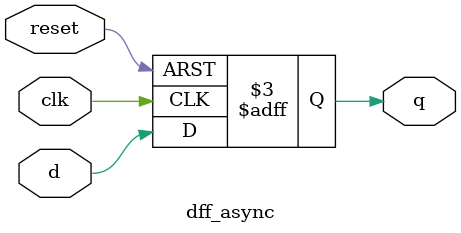
<source format=v>


module dff_async(
input clk,reset,d,
output reg q
);


always @(posedge clk, negedge reset)
begin
if (!reset)
q<=0;
else
q<=d;
end
endmodule
</source>
